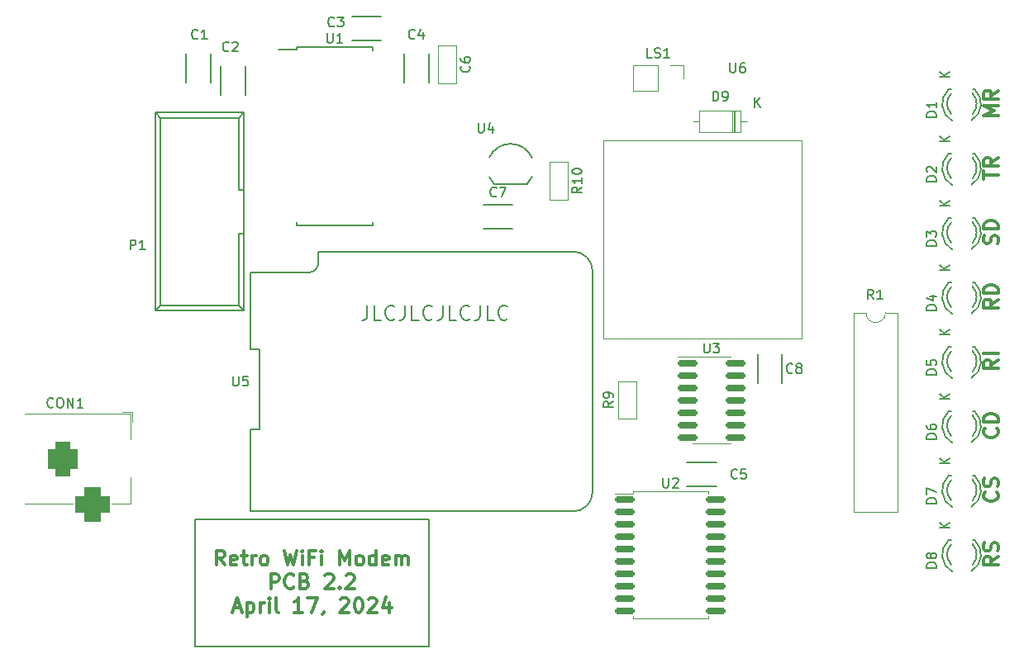
<source format=gto>
G04 #@! TF.GenerationSoftware,KiCad,Pcbnew,6.0.8+dfsg-1~bpo11+1+rpt1*
G04 #@! TF.CreationDate,2024-04-17T15:14:35-06:00*
G04 #@! TF.ProjectId,RetroWiFiModem,52657472-6f57-4694-9669-4d6f64656d2e,0.3*
G04 #@! TF.SameCoordinates,Original*
G04 #@! TF.FileFunction,Legend,Top*
G04 #@! TF.FilePolarity,Positive*
%FSLAX46Y46*%
G04 Gerber Fmt 4.6, Leading zero omitted, Abs format (unit mm)*
G04 Created by KiCad (PCBNEW 6.0.8+dfsg-1~bpo11+1+rpt1) date 2024-04-17 15:14:35*
%MOMM*%
%LPD*%
G01*
G04 APERTURE LIST*
G04 Aperture macros list*
%AMRoundRect*
0 Rectangle with rounded corners*
0 $1 Rounding radius*
0 $2 $3 $4 $5 $6 $7 $8 $9 X,Y pos of 4 corners*
0 Add a 4 corners polygon primitive as box body*
4,1,4,$2,$3,$4,$5,$6,$7,$8,$9,$2,$3,0*
0 Add four circle primitives for the rounded corners*
1,1,$1+$1,$2,$3*
1,1,$1+$1,$4,$5*
1,1,$1+$1,$6,$7*
1,1,$1+$1,$8,$9*
0 Add four rect primitives between the rounded corners*
20,1,$1+$1,$2,$3,$4,$5,0*
20,1,$1+$1,$4,$5,$6,$7,0*
20,1,$1+$1,$6,$7,$8,$9,0*
20,1,$1+$1,$8,$9,$2,$3,0*%
G04 Aperture macros list end*
%ADD10C,0.150000*%
%ADD11C,0.300000*%
%ADD12C,0.120000*%
%ADD13R,1.300000X1.300000*%
%ADD14C,1.300000*%
%ADD15R,2.000000X2.000000*%
%ADD16C,2.000000*%
%ADD17R,1.727200X1.727200*%
%ADD18O,1.727200X1.727200*%
%ADD19C,1.397000*%
%ADD20C,1.524000*%
%ADD21R,3.500000X3.500000*%
%ADD22RoundRect,0.750000X-0.750000X-1.000000X0.750000X-1.000000X0.750000X1.000000X-0.750000X1.000000X0*%
%ADD23RoundRect,0.875000X-0.875000X-0.875000X0.875000X-0.875000X0.875000X0.875000X-0.875000X0.875000X0*%
%ADD24RoundRect,0.150000X-0.875000X-0.150000X0.875000X-0.150000X0.875000X0.150000X-0.875000X0.150000X0*%
%ADD25C,1.800000*%
%ADD26RoundRect,0.150000X-0.825000X-0.150000X0.825000X-0.150000X0.825000X0.150000X-0.825000X0.150000X0*%
%ADD27R,2.400000X1.600000*%
%ADD28O,2.400000X1.600000*%
%ADD29R,2.000000X0.600000*%
%ADD30R,1.600000X1.600000*%
%ADD31O,1.600000X1.600000*%
%ADD32R,1.700000X1.700000*%
%ADD33O,1.700000X1.700000*%
%ADD34C,3.200000*%
G04 APERTURE END LIST*
D10*
X127159000Y-141476000D02*
X127159000Y-128476000D01*
X151159000Y-128476000D02*
X151159000Y-141476000D01*
X151159000Y-141476000D02*
X127159000Y-141476000D01*
X127159000Y-128476000D02*
X151159000Y-128476000D01*
D11*
X209466571Y-112094857D02*
X208752285Y-112594857D01*
X209466571Y-112952000D02*
X207966571Y-112952000D01*
X207966571Y-112380571D01*
X208038000Y-112237714D01*
X208109428Y-112166285D01*
X208252285Y-112094857D01*
X208466571Y-112094857D01*
X208609428Y-112166285D01*
X208680857Y-112237714D01*
X208752285Y-112380571D01*
X208752285Y-112952000D01*
X209466571Y-111452000D02*
X207966571Y-111452000D01*
D10*
X144836428Y-106493571D02*
X144836428Y-107565000D01*
X144765000Y-107779285D01*
X144622142Y-107922142D01*
X144407857Y-107993571D01*
X144265000Y-107993571D01*
X146265000Y-107993571D02*
X145550714Y-107993571D01*
X145550714Y-106493571D01*
X147622142Y-107850714D02*
X147550714Y-107922142D01*
X147336428Y-107993571D01*
X147193571Y-107993571D01*
X146979285Y-107922142D01*
X146836428Y-107779285D01*
X146765000Y-107636428D01*
X146693571Y-107350714D01*
X146693571Y-107136428D01*
X146765000Y-106850714D01*
X146836428Y-106707857D01*
X146979285Y-106565000D01*
X147193571Y-106493571D01*
X147336428Y-106493571D01*
X147550714Y-106565000D01*
X147622142Y-106636428D01*
X148693571Y-106493571D02*
X148693571Y-107565000D01*
X148622142Y-107779285D01*
X148479285Y-107922142D01*
X148265000Y-107993571D01*
X148122142Y-107993571D01*
X150122142Y-107993571D02*
X149407857Y-107993571D01*
X149407857Y-106493571D01*
X151479285Y-107850714D02*
X151407857Y-107922142D01*
X151193571Y-107993571D01*
X151050714Y-107993571D01*
X150836428Y-107922142D01*
X150693571Y-107779285D01*
X150622142Y-107636428D01*
X150550714Y-107350714D01*
X150550714Y-107136428D01*
X150622142Y-106850714D01*
X150693571Y-106707857D01*
X150836428Y-106565000D01*
X151050714Y-106493571D01*
X151193571Y-106493571D01*
X151407857Y-106565000D01*
X151479285Y-106636428D01*
X152550714Y-106493571D02*
X152550714Y-107565000D01*
X152479285Y-107779285D01*
X152336428Y-107922142D01*
X152122142Y-107993571D01*
X151979285Y-107993571D01*
X153979285Y-107993571D02*
X153265000Y-107993571D01*
X153265000Y-106493571D01*
X155336428Y-107850714D02*
X155265000Y-107922142D01*
X155050714Y-107993571D01*
X154907857Y-107993571D01*
X154693571Y-107922142D01*
X154550714Y-107779285D01*
X154479285Y-107636428D01*
X154407857Y-107350714D01*
X154407857Y-107136428D01*
X154479285Y-106850714D01*
X154550714Y-106707857D01*
X154693571Y-106565000D01*
X154907857Y-106493571D01*
X155050714Y-106493571D01*
X155265000Y-106565000D01*
X155336428Y-106636428D01*
X156407857Y-106493571D02*
X156407857Y-107565000D01*
X156336428Y-107779285D01*
X156193571Y-107922142D01*
X155979285Y-107993571D01*
X155836428Y-107993571D01*
X157836428Y-107993571D02*
X157122142Y-107993571D01*
X157122142Y-106493571D01*
X159193571Y-107850714D02*
X159122142Y-107922142D01*
X158907857Y-107993571D01*
X158765000Y-107993571D01*
X158550714Y-107922142D01*
X158407857Y-107779285D01*
X158336428Y-107636428D01*
X158265000Y-107350714D01*
X158265000Y-107136428D01*
X158336428Y-106850714D01*
X158407857Y-106707857D01*
X158550714Y-106565000D01*
X158765000Y-106493571D01*
X158907857Y-106493571D01*
X159122142Y-106565000D01*
X159193571Y-106636428D01*
D11*
X209323714Y-119091714D02*
X209395142Y-119163142D01*
X209466571Y-119377428D01*
X209466571Y-119520285D01*
X209395142Y-119734571D01*
X209252285Y-119877428D01*
X209109428Y-119948857D01*
X208823714Y-120020285D01*
X208609428Y-120020285D01*
X208323714Y-119948857D01*
X208180857Y-119877428D01*
X208038000Y-119734571D01*
X207966571Y-119520285D01*
X207966571Y-119377428D01*
X208038000Y-119163142D01*
X208109428Y-119091714D01*
X209466571Y-118448857D02*
X207966571Y-118448857D01*
X207966571Y-118091714D01*
X208038000Y-117877428D01*
X208180857Y-117734571D01*
X208323714Y-117663142D01*
X208609428Y-117591714D01*
X208823714Y-117591714D01*
X209109428Y-117663142D01*
X209252285Y-117734571D01*
X209395142Y-117877428D01*
X209466571Y-118091714D01*
X209466571Y-118448857D01*
X209466571Y-87036000D02*
X207966571Y-87036000D01*
X209038000Y-86536000D01*
X207966571Y-86036000D01*
X209466571Y-86036000D01*
X209466571Y-84464571D02*
X208752285Y-84964571D01*
X209466571Y-85321714D02*
X207966571Y-85321714D01*
X207966571Y-84750285D01*
X208038000Y-84607428D01*
X208109428Y-84536000D01*
X208252285Y-84464571D01*
X208466571Y-84464571D01*
X208609428Y-84536000D01*
X208680857Y-84607428D01*
X208752285Y-84750285D01*
X208752285Y-85321714D01*
X209323714Y-125660000D02*
X209395142Y-125731428D01*
X209466571Y-125945714D01*
X209466571Y-126088571D01*
X209395142Y-126302857D01*
X209252285Y-126445714D01*
X209109428Y-126517142D01*
X208823714Y-126588571D01*
X208609428Y-126588571D01*
X208323714Y-126517142D01*
X208180857Y-126445714D01*
X208038000Y-126302857D01*
X207966571Y-126088571D01*
X207966571Y-125945714D01*
X208038000Y-125731428D01*
X208109428Y-125660000D01*
X209395142Y-125088571D02*
X209466571Y-124874285D01*
X209466571Y-124517142D01*
X209395142Y-124374285D01*
X209323714Y-124302857D01*
X209180857Y-124231428D01*
X209038000Y-124231428D01*
X208895142Y-124302857D01*
X208823714Y-124374285D01*
X208752285Y-124517142D01*
X208680857Y-124802857D01*
X208609428Y-124945714D01*
X208538000Y-125017142D01*
X208395142Y-125088571D01*
X208252285Y-125088571D01*
X208109428Y-125017142D01*
X208038000Y-124945714D01*
X207966571Y-124802857D01*
X207966571Y-124445714D01*
X208038000Y-124231428D01*
X209395142Y-100172571D02*
X209466571Y-99958285D01*
X209466571Y-99601142D01*
X209395142Y-99458285D01*
X209323714Y-99386857D01*
X209180857Y-99315428D01*
X209038000Y-99315428D01*
X208895142Y-99386857D01*
X208823714Y-99458285D01*
X208752285Y-99601142D01*
X208680857Y-99886857D01*
X208609428Y-100029714D01*
X208538000Y-100101142D01*
X208395142Y-100172571D01*
X208252285Y-100172571D01*
X208109428Y-100101142D01*
X208038000Y-100029714D01*
X207966571Y-99886857D01*
X207966571Y-99529714D01*
X208038000Y-99315428D01*
X209466571Y-98672571D02*
X207966571Y-98672571D01*
X207966571Y-98315428D01*
X208038000Y-98101142D01*
X208180857Y-97958285D01*
X208323714Y-97886857D01*
X208609428Y-97815428D01*
X208823714Y-97815428D01*
X209109428Y-97886857D01*
X209252285Y-97958285D01*
X209395142Y-98101142D01*
X209466571Y-98315428D01*
X209466571Y-98672571D01*
X207966571Y-93568571D02*
X207966571Y-92711428D01*
X209466571Y-93140000D02*
X207966571Y-93140000D01*
X209466571Y-91354285D02*
X208752285Y-91854285D01*
X209466571Y-92211428D02*
X207966571Y-92211428D01*
X207966571Y-91640000D01*
X208038000Y-91497142D01*
X208109428Y-91425714D01*
X208252285Y-91354285D01*
X208466571Y-91354285D01*
X208609428Y-91425714D01*
X208680857Y-91497142D01*
X208752285Y-91640000D01*
X208752285Y-92211428D01*
X209466571Y-105883714D02*
X208752285Y-106383714D01*
X209466571Y-106740857D02*
X207966571Y-106740857D01*
X207966571Y-106169428D01*
X208038000Y-106026571D01*
X208109428Y-105955142D01*
X208252285Y-105883714D01*
X208466571Y-105883714D01*
X208609428Y-105955142D01*
X208680857Y-106026571D01*
X208752285Y-106169428D01*
X208752285Y-106740857D01*
X209466571Y-105240857D02*
X207966571Y-105240857D01*
X207966571Y-104883714D01*
X208038000Y-104669428D01*
X208180857Y-104526571D01*
X208323714Y-104455142D01*
X208609428Y-104383714D01*
X208823714Y-104383714D01*
X209109428Y-104455142D01*
X209252285Y-104526571D01*
X209395142Y-104669428D01*
X209466571Y-104883714D01*
X209466571Y-105240857D01*
X130227714Y-133137571D02*
X129727714Y-132423285D01*
X129370571Y-133137571D02*
X129370571Y-131637571D01*
X129942000Y-131637571D01*
X130084857Y-131709000D01*
X130156285Y-131780428D01*
X130227714Y-131923285D01*
X130227714Y-132137571D01*
X130156285Y-132280428D01*
X130084857Y-132351857D01*
X129942000Y-132423285D01*
X129370571Y-132423285D01*
X131442000Y-133066142D02*
X131299142Y-133137571D01*
X131013428Y-133137571D01*
X130870571Y-133066142D01*
X130799142Y-132923285D01*
X130799142Y-132351857D01*
X130870571Y-132209000D01*
X131013428Y-132137571D01*
X131299142Y-132137571D01*
X131442000Y-132209000D01*
X131513428Y-132351857D01*
X131513428Y-132494714D01*
X130799142Y-132637571D01*
X131942000Y-132137571D02*
X132513428Y-132137571D01*
X132156285Y-131637571D02*
X132156285Y-132923285D01*
X132227714Y-133066142D01*
X132370571Y-133137571D01*
X132513428Y-133137571D01*
X133013428Y-133137571D02*
X133013428Y-132137571D01*
X133013428Y-132423285D02*
X133084857Y-132280428D01*
X133156285Y-132209000D01*
X133299142Y-132137571D01*
X133442000Y-132137571D01*
X134156285Y-133137571D02*
X134013428Y-133066142D01*
X133942000Y-132994714D01*
X133870571Y-132851857D01*
X133870571Y-132423285D01*
X133942000Y-132280428D01*
X134013428Y-132209000D01*
X134156285Y-132137571D01*
X134370571Y-132137571D01*
X134513428Y-132209000D01*
X134584857Y-132280428D01*
X134656285Y-132423285D01*
X134656285Y-132851857D01*
X134584857Y-132994714D01*
X134513428Y-133066142D01*
X134370571Y-133137571D01*
X134156285Y-133137571D01*
X136299142Y-131637571D02*
X136656285Y-133137571D01*
X136942000Y-132066142D01*
X137227714Y-133137571D01*
X137584857Y-131637571D01*
X138156285Y-133137571D02*
X138156285Y-132137571D01*
X138156285Y-131637571D02*
X138084857Y-131709000D01*
X138156285Y-131780428D01*
X138227714Y-131709000D01*
X138156285Y-131637571D01*
X138156285Y-131780428D01*
X139370571Y-132351857D02*
X138870571Y-132351857D01*
X138870571Y-133137571D02*
X138870571Y-131637571D01*
X139584857Y-131637571D01*
X140156285Y-133137571D02*
X140156285Y-132137571D01*
X140156285Y-131637571D02*
X140084857Y-131709000D01*
X140156285Y-131780428D01*
X140227714Y-131709000D01*
X140156285Y-131637571D01*
X140156285Y-131780428D01*
X142013428Y-133137571D02*
X142013428Y-131637571D01*
X142513428Y-132709000D01*
X143013428Y-131637571D01*
X143013428Y-133137571D01*
X143942000Y-133137571D02*
X143799142Y-133066142D01*
X143727714Y-132994714D01*
X143656285Y-132851857D01*
X143656285Y-132423285D01*
X143727714Y-132280428D01*
X143799142Y-132209000D01*
X143942000Y-132137571D01*
X144156285Y-132137571D01*
X144299142Y-132209000D01*
X144370571Y-132280428D01*
X144442000Y-132423285D01*
X144442000Y-132851857D01*
X144370571Y-132994714D01*
X144299142Y-133066142D01*
X144156285Y-133137571D01*
X143942000Y-133137571D01*
X145727714Y-133137571D02*
X145727714Y-131637571D01*
X145727714Y-133066142D02*
X145584857Y-133137571D01*
X145299142Y-133137571D01*
X145156285Y-133066142D01*
X145084857Y-132994714D01*
X145013428Y-132851857D01*
X145013428Y-132423285D01*
X145084857Y-132280428D01*
X145156285Y-132209000D01*
X145299142Y-132137571D01*
X145584857Y-132137571D01*
X145727714Y-132209000D01*
X147013428Y-133066142D02*
X146870571Y-133137571D01*
X146584857Y-133137571D01*
X146442000Y-133066142D01*
X146370571Y-132923285D01*
X146370571Y-132351857D01*
X146442000Y-132209000D01*
X146584857Y-132137571D01*
X146870571Y-132137571D01*
X147013428Y-132209000D01*
X147084857Y-132351857D01*
X147084857Y-132494714D01*
X146370571Y-132637571D01*
X147727714Y-133137571D02*
X147727714Y-132137571D01*
X147727714Y-132280428D02*
X147799142Y-132209000D01*
X147942000Y-132137571D01*
X148156285Y-132137571D01*
X148299142Y-132209000D01*
X148370571Y-132351857D01*
X148370571Y-133137571D01*
X148370571Y-132351857D02*
X148442000Y-132209000D01*
X148584857Y-132137571D01*
X148799142Y-132137571D01*
X148942000Y-132209000D01*
X149013428Y-132351857D01*
X149013428Y-133137571D01*
X134942000Y-135552571D02*
X134942000Y-134052571D01*
X135513428Y-134052571D01*
X135656285Y-134124000D01*
X135727714Y-134195428D01*
X135799142Y-134338285D01*
X135799142Y-134552571D01*
X135727714Y-134695428D01*
X135656285Y-134766857D01*
X135513428Y-134838285D01*
X134942000Y-134838285D01*
X137299142Y-135409714D02*
X137227714Y-135481142D01*
X137013428Y-135552571D01*
X136870571Y-135552571D01*
X136656285Y-135481142D01*
X136513428Y-135338285D01*
X136442000Y-135195428D01*
X136370571Y-134909714D01*
X136370571Y-134695428D01*
X136442000Y-134409714D01*
X136513428Y-134266857D01*
X136656285Y-134124000D01*
X136870571Y-134052571D01*
X137013428Y-134052571D01*
X137227714Y-134124000D01*
X137299142Y-134195428D01*
X138442000Y-134766857D02*
X138656285Y-134838285D01*
X138727714Y-134909714D01*
X138799142Y-135052571D01*
X138799142Y-135266857D01*
X138727714Y-135409714D01*
X138656285Y-135481142D01*
X138513428Y-135552571D01*
X137942000Y-135552571D01*
X137942000Y-134052571D01*
X138442000Y-134052571D01*
X138584857Y-134124000D01*
X138656285Y-134195428D01*
X138727714Y-134338285D01*
X138727714Y-134481142D01*
X138656285Y-134624000D01*
X138584857Y-134695428D01*
X138442000Y-134766857D01*
X137942000Y-134766857D01*
X140513428Y-134195428D02*
X140584857Y-134124000D01*
X140727714Y-134052571D01*
X141084857Y-134052571D01*
X141227714Y-134124000D01*
X141299142Y-134195428D01*
X141370571Y-134338285D01*
X141370571Y-134481142D01*
X141299142Y-134695428D01*
X140442000Y-135552571D01*
X141370571Y-135552571D01*
X142013428Y-135409714D02*
X142084857Y-135481142D01*
X142013428Y-135552571D01*
X141942000Y-135481142D01*
X142013428Y-135409714D01*
X142013428Y-135552571D01*
X142656285Y-134195428D02*
X142727714Y-134124000D01*
X142870571Y-134052571D01*
X143227714Y-134052571D01*
X143370571Y-134124000D01*
X143442000Y-134195428D01*
X143513428Y-134338285D01*
X143513428Y-134481142D01*
X143442000Y-134695428D01*
X142584857Y-135552571D01*
X143513428Y-135552571D01*
X131156285Y-137539000D02*
X131870571Y-137539000D01*
X131013428Y-137967571D02*
X131513428Y-136467571D01*
X132013428Y-137967571D01*
X132513428Y-136967571D02*
X132513428Y-138467571D01*
X132513428Y-137039000D02*
X132656285Y-136967571D01*
X132942000Y-136967571D01*
X133084857Y-137039000D01*
X133156285Y-137110428D01*
X133227714Y-137253285D01*
X133227714Y-137681857D01*
X133156285Y-137824714D01*
X133084857Y-137896142D01*
X132942000Y-137967571D01*
X132656285Y-137967571D01*
X132513428Y-137896142D01*
X133870571Y-137967571D02*
X133870571Y-136967571D01*
X133870571Y-137253285D02*
X133942000Y-137110428D01*
X134013428Y-137039000D01*
X134156285Y-136967571D01*
X134299142Y-136967571D01*
X134799142Y-137967571D02*
X134799142Y-136967571D01*
X134799142Y-136467571D02*
X134727714Y-136539000D01*
X134799142Y-136610428D01*
X134870571Y-136539000D01*
X134799142Y-136467571D01*
X134799142Y-136610428D01*
X135727714Y-137967571D02*
X135584857Y-137896142D01*
X135513428Y-137753285D01*
X135513428Y-136467571D01*
X138227714Y-137967571D02*
X137370571Y-137967571D01*
X137799142Y-137967571D02*
X137799142Y-136467571D01*
X137656285Y-136681857D01*
X137513428Y-136824714D01*
X137370571Y-136896142D01*
X138727714Y-136467571D02*
X139727714Y-136467571D01*
X139084857Y-137967571D01*
X140370571Y-137896142D02*
X140370571Y-137967571D01*
X140299142Y-138110428D01*
X140227714Y-138181857D01*
X142084857Y-136610428D02*
X142156285Y-136539000D01*
X142299142Y-136467571D01*
X142656285Y-136467571D01*
X142799142Y-136539000D01*
X142870571Y-136610428D01*
X142942000Y-136753285D01*
X142942000Y-136896142D01*
X142870571Y-137110428D01*
X142013428Y-137967571D01*
X142942000Y-137967571D01*
X143870571Y-136467571D02*
X144013428Y-136467571D01*
X144156285Y-136539000D01*
X144227714Y-136610428D01*
X144299142Y-136753285D01*
X144370571Y-137039000D01*
X144370571Y-137396142D01*
X144299142Y-137681857D01*
X144227714Y-137824714D01*
X144156285Y-137896142D01*
X144013428Y-137967571D01*
X143870571Y-137967571D01*
X143727714Y-137896142D01*
X143656285Y-137824714D01*
X143584857Y-137681857D01*
X143513428Y-137396142D01*
X143513428Y-137039000D01*
X143584857Y-136753285D01*
X143656285Y-136610428D01*
X143727714Y-136539000D01*
X143870571Y-136467571D01*
X144942000Y-136610428D02*
X145013428Y-136539000D01*
X145156285Y-136467571D01*
X145513428Y-136467571D01*
X145656285Y-136539000D01*
X145727714Y-136610428D01*
X145799142Y-136753285D01*
X145799142Y-136896142D01*
X145727714Y-137110428D01*
X144870571Y-137967571D01*
X145799142Y-137967571D01*
X147084857Y-136967571D02*
X147084857Y-137967571D01*
X146727714Y-136396142D02*
X146370571Y-137467571D01*
X147299142Y-137467571D01*
X209466571Y-132264000D02*
X208752285Y-132764000D01*
X209466571Y-133121142D02*
X207966571Y-133121142D01*
X207966571Y-132549714D01*
X208038000Y-132406857D01*
X208109428Y-132335428D01*
X208252285Y-132264000D01*
X208466571Y-132264000D01*
X208609428Y-132335428D01*
X208680857Y-132406857D01*
X208752285Y-132549714D01*
X208752285Y-133121142D01*
X209395142Y-131692571D02*
X209466571Y-131478285D01*
X209466571Y-131121142D01*
X209395142Y-130978285D01*
X209323714Y-130906857D01*
X209180857Y-130835428D01*
X209038000Y-130835428D01*
X208895142Y-130906857D01*
X208823714Y-130978285D01*
X208752285Y-131121142D01*
X208680857Y-131406857D01*
X208609428Y-131549714D01*
X208538000Y-131621142D01*
X208395142Y-131692571D01*
X208252285Y-131692571D01*
X208109428Y-131621142D01*
X208038000Y-131549714D01*
X207966571Y-131406857D01*
X207966571Y-131049714D01*
X208038000Y-130835428D01*
D10*
X127468333Y-79097142D02*
X127420714Y-79144761D01*
X127277857Y-79192380D01*
X127182619Y-79192380D01*
X127039761Y-79144761D01*
X126944523Y-79049523D01*
X126896904Y-78954285D01*
X126849285Y-78763809D01*
X126849285Y-78620952D01*
X126896904Y-78430476D01*
X126944523Y-78335238D01*
X127039761Y-78240000D01*
X127182619Y-78192380D01*
X127277857Y-78192380D01*
X127420714Y-78240000D01*
X127468333Y-78287619D01*
X128420714Y-79192380D02*
X127849285Y-79192380D01*
X128135000Y-79192380D02*
X128135000Y-78192380D01*
X128039761Y-78335238D01*
X127944523Y-78430476D01*
X127849285Y-78478095D01*
X130643333Y-80367142D02*
X130595714Y-80414761D01*
X130452857Y-80462380D01*
X130357619Y-80462380D01*
X130214761Y-80414761D01*
X130119523Y-80319523D01*
X130071904Y-80224285D01*
X130024285Y-80033809D01*
X130024285Y-79890952D01*
X130071904Y-79700476D01*
X130119523Y-79605238D01*
X130214761Y-79510000D01*
X130357619Y-79462380D01*
X130452857Y-79462380D01*
X130595714Y-79510000D01*
X130643333Y-79557619D01*
X131024285Y-79557619D02*
X131071904Y-79510000D01*
X131167142Y-79462380D01*
X131405238Y-79462380D01*
X131500476Y-79510000D01*
X131548095Y-79557619D01*
X131595714Y-79652857D01*
X131595714Y-79748095D01*
X131548095Y-79890952D01*
X130976666Y-80462380D01*
X131595714Y-80462380D01*
X141438333Y-77827142D02*
X141390714Y-77874761D01*
X141247857Y-77922380D01*
X141152619Y-77922380D01*
X141009761Y-77874761D01*
X140914523Y-77779523D01*
X140866904Y-77684285D01*
X140819285Y-77493809D01*
X140819285Y-77350952D01*
X140866904Y-77160476D01*
X140914523Y-77065238D01*
X141009761Y-76970000D01*
X141152619Y-76922380D01*
X141247857Y-76922380D01*
X141390714Y-76970000D01*
X141438333Y-77017619D01*
X141771666Y-76922380D02*
X142390714Y-76922380D01*
X142057380Y-77303333D01*
X142200238Y-77303333D01*
X142295476Y-77350952D01*
X142343095Y-77398571D01*
X142390714Y-77493809D01*
X142390714Y-77731904D01*
X142343095Y-77827142D01*
X142295476Y-77874761D01*
X142200238Y-77922380D01*
X141914523Y-77922380D01*
X141819285Y-77874761D01*
X141771666Y-77827142D01*
X149693333Y-79097142D02*
X149645714Y-79144761D01*
X149502857Y-79192380D01*
X149407619Y-79192380D01*
X149264761Y-79144761D01*
X149169523Y-79049523D01*
X149121904Y-78954285D01*
X149074285Y-78763809D01*
X149074285Y-78620952D01*
X149121904Y-78430476D01*
X149169523Y-78335238D01*
X149264761Y-78240000D01*
X149407619Y-78192380D01*
X149502857Y-78192380D01*
X149645714Y-78240000D01*
X149693333Y-78287619D01*
X150550476Y-78525714D02*
X150550476Y-79192380D01*
X150312380Y-78144761D02*
X150074285Y-78859047D01*
X150693333Y-78859047D01*
X182713333Y-124182142D02*
X182665714Y-124229761D01*
X182522857Y-124277380D01*
X182427619Y-124277380D01*
X182284761Y-124229761D01*
X182189523Y-124134523D01*
X182141904Y-124039285D01*
X182094285Y-123848809D01*
X182094285Y-123705952D01*
X182141904Y-123515476D01*
X182189523Y-123420238D01*
X182284761Y-123325000D01*
X182427619Y-123277380D01*
X182522857Y-123277380D01*
X182665714Y-123325000D01*
X182713333Y-123372619D01*
X183618095Y-123277380D02*
X183141904Y-123277380D01*
X183094285Y-123753571D01*
X183141904Y-123705952D01*
X183237142Y-123658333D01*
X183475238Y-123658333D01*
X183570476Y-123705952D01*
X183618095Y-123753571D01*
X183665714Y-123848809D01*
X183665714Y-124086904D01*
X183618095Y-124182142D01*
X183570476Y-124229761D01*
X183475238Y-124277380D01*
X183237142Y-124277380D01*
X183141904Y-124229761D01*
X183094285Y-124182142D01*
X158055333Y-95266142D02*
X158007714Y-95313761D01*
X157864857Y-95361380D01*
X157769619Y-95361380D01*
X157626761Y-95313761D01*
X157531523Y-95218523D01*
X157483904Y-95123285D01*
X157436285Y-94932809D01*
X157436285Y-94789952D01*
X157483904Y-94599476D01*
X157531523Y-94504238D01*
X157626761Y-94409000D01*
X157769619Y-94361380D01*
X157864857Y-94361380D01*
X158007714Y-94409000D01*
X158055333Y-94456619D01*
X158388666Y-94361380D02*
X159055333Y-94361380D01*
X158626761Y-95361380D01*
X203132380Y-133392095D02*
X202132380Y-133392095D01*
X202132380Y-133154000D01*
X202180000Y-133011142D01*
X202275238Y-132915904D01*
X202370476Y-132868285D01*
X202560952Y-132820666D01*
X202703809Y-132820666D01*
X202894285Y-132868285D01*
X202989523Y-132915904D01*
X203084761Y-133011142D01*
X203132380Y-133154000D01*
X203132380Y-133392095D01*
X202560952Y-132249238D02*
X202513333Y-132344476D01*
X202465714Y-132392095D01*
X202370476Y-132439714D01*
X202322857Y-132439714D01*
X202227619Y-132392095D01*
X202180000Y-132344476D01*
X202132380Y-132249238D01*
X202132380Y-132058761D01*
X202180000Y-131963523D01*
X202227619Y-131915904D01*
X202322857Y-131868285D01*
X202370476Y-131868285D01*
X202465714Y-131915904D01*
X202513333Y-131963523D01*
X202560952Y-132058761D01*
X202560952Y-132249238D01*
X202608571Y-132344476D01*
X202656190Y-132392095D01*
X202751428Y-132439714D01*
X202941904Y-132439714D01*
X203037142Y-132392095D01*
X203084761Y-132344476D01*
X203132380Y-132249238D01*
X203132380Y-132058761D01*
X203084761Y-131963523D01*
X203037142Y-131915904D01*
X202941904Y-131868285D01*
X202751428Y-131868285D01*
X202656190Y-131915904D01*
X202608571Y-131963523D01*
X202560952Y-132058761D01*
X204452380Y-129315904D02*
X203452380Y-129315904D01*
X204452380Y-128744476D02*
X203880952Y-129173047D01*
X203452380Y-128744476D02*
X204023809Y-129315904D01*
X203132380Y-126788095D02*
X202132380Y-126788095D01*
X202132380Y-126550000D01*
X202180000Y-126407142D01*
X202275238Y-126311904D01*
X202370476Y-126264285D01*
X202560952Y-126216666D01*
X202703809Y-126216666D01*
X202894285Y-126264285D01*
X202989523Y-126311904D01*
X203084761Y-126407142D01*
X203132380Y-126550000D01*
X203132380Y-126788095D01*
X202132380Y-125883333D02*
X202132380Y-125216666D01*
X203132380Y-125645238D01*
X204452380Y-122711904D02*
X203452380Y-122711904D01*
X204452380Y-122140476D02*
X203880952Y-122569047D01*
X203452380Y-122140476D02*
X204023809Y-122711904D01*
X203132380Y-120184095D02*
X202132380Y-120184095D01*
X202132380Y-119946000D01*
X202180000Y-119803142D01*
X202275238Y-119707904D01*
X202370476Y-119660285D01*
X202560952Y-119612666D01*
X202703809Y-119612666D01*
X202894285Y-119660285D01*
X202989523Y-119707904D01*
X203084761Y-119803142D01*
X203132380Y-119946000D01*
X203132380Y-120184095D01*
X202132380Y-118755523D02*
X202132380Y-118946000D01*
X202180000Y-119041238D01*
X202227619Y-119088857D01*
X202370476Y-119184095D01*
X202560952Y-119231714D01*
X202941904Y-119231714D01*
X203037142Y-119184095D01*
X203084761Y-119136476D01*
X203132380Y-119041238D01*
X203132380Y-118850761D01*
X203084761Y-118755523D01*
X203037142Y-118707904D01*
X202941904Y-118660285D01*
X202703809Y-118660285D01*
X202608571Y-118707904D01*
X202560952Y-118755523D01*
X202513333Y-118850761D01*
X202513333Y-119041238D01*
X202560952Y-119136476D01*
X202608571Y-119184095D01*
X202703809Y-119231714D01*
X204452380Y-116107904D02*
X203452380Y-116107904D01*
X204452380Y-115536476D02*
X203880952Y-115965047D01*
X203452380Y-115536476D02*
X204023809Y-116107904D01*
X203132380Y-113580095D02*
X202132380Y-113580095D01*
X202132380Y-113342000D01*
X202180000Y-113199142D01*
X202275238Y-113103904D01*
X202370476Y-113056285D01*
X202560952Y-113008666D01*
X202703809Y-113008666D01*
X202894285Y-113056285D01*
X202989523Y-113103904D01*
X203084761Y-113199142D01*
X203132380Y-113342000D01*
X203132380Y-113580095D01*
X202132380Y-112103904D02*
X202132380Y-112580095D01*
X202608571Y-112627714D01*
X202560952Y-112580095D01*
X202513333Y-112484857D01*
X202513333Y-112246761D01*
X202560952Y-112151523D01*
X202608571Y-112103904D01*
X202703809Y-112056285D01*
X202941904Y-112056285D01*
X203037142Y-112103904D01*
X203084761Y-112151523D01*
X203132380Y-112246761D01*
X203132380Y-112484857D01*
X203084761Y-112580095D01*
X203037142Y-112627714D01*
X204452380Y-109503904D02*
X203452380Y-109503904D01*
X204452380Y-108932476D02*
X203880952Y-109361047D01*
X203452380Y-108932476D02*
X204023809Y-109503904D01*
X203132380Y-106976095D02*
X202132380Y-106976095D01*
X202132380Y-106738000D01*
X202180000Y-106595142D01*
X202275238Y-106499904D01*
X202370476Y-106452285D01*
X202560952Y-106404666D01*
X202703809Y-106404666D01*
X202894285Y-106452285D01*
X202989523Y-106499904D01*
X203084761Y-106595142D01*
X203132380Y-106738000D01*
X203132380Y-106976095D01*
X202465714Y-105547523D02*
X203132380Y-105547523D01*
X202084761Y-105785619D02*
X202799047Y-106023714D01*
X202799047Y-105404666D01*
X204452380Y-102899904D02*
X203452380Y-102899904D01*
X204452380Y-102328476D02*
X203880952Y-102757047D01*
X203452380Y-102328476D02*
X204023809Y-102899904D01*
X203132380Y-100372095D02*
X202132380Y-100372095D01*
X202132380Y-100134000D01*
X202180000Y-99991142D01*
X202275238Y-99895904D01*
X202370476Y-99848285D01*
X202560952Y-99800666D01*
X202703809Y-99800666D01*
X202894285Y-99848285D01*
X202989523Y-99895904D01*
X203084761Y-99991142D01*
X203132380Y-100134000D01*
X203132380Y-100372095D01*
X202132380Y-99467333D02*
X202132380Y-98848285D01*
X202513333Y-99181619D01*
X202513333Y-99038761D01*
X202560952Y-98943523D01*
X202608571Y-98895904D01*
X202703809Y-98848285D01*
X202941904Y-98848285D01*
X203037142Y-98895904D01*
X203084761Y-98943523D01*
X203132380Y-99038761D01*
X203132380Y-99324476D01*
X203084761Y-99419714D01*
X203037142Y-99467333D01*
X204452380Y-96295904D02*
X203452380Y-96295904D01*
X204452380Y-95724476D02*
X203880952Y-96153047D01*
X203452380Y-95724476D02*
X204023809Y-96295904D01*
X203132380Y-93768095D02*
X202132380Y-93768095D01*
X202132380Y-93530000D01*
X202180000Y-93387142D01*
X202275238Y-93291904D01*
X202370476Y-93244285D01*
X202560952Y-93196666D01*
X202703809Y-93196666D01*
X202894285Y-93244285D01*
X202989523Y-93291904D01*
X203084761Y-93387142D01*
X203132380Y-93530000D01*
X203132380Y-93768095D01*
X202227619Y-92815714D02*
X202180000Y-92768095D01*
X202132380Y-92672857D01*
X202132380Y-92434761D01*
X202180000Y-92339523D01*
X202227619Y-92291904D01*
X202322857Y-92244285D01*
X202418095Y-92244285D01*
X202560952Y-92291904D01*
X203132380Y-92863333D01*
X203132380Y-92244285D01*
X204452380Y-89691904D02*
X203452380Y-89691904D01*
X204452380Y-89120476D02*
X203880952Y-89549047D01*
X203452380Y-89120476D02*
X204023809Y-89691904D01*
X203132380Y-87164095D02*
X202132380Y-87164095D01*
X202132380Y-86926000D01*
X202180000Y-86783142D01*
X202275238Y-86687904D01*
X202370476Y-86640285D01*
X202560952Y-86592666D01*
X202703809Y-86592666D01*
X202894285Y-86640285D01*
X202989523Y-86687904D01*
X203084761Y-86783142D01*
X203132380Y-86926000D01*
X203132380Y-87164095D01*
X203132380Y-85640285D02*
X203132380Y-86211714D01*
X203132380Y-85926000D02*
X202132380Y-85926000D01*
X202275238Y-86021238D01*
X202370476Y-86116476D01*
X202418095Y-86211714D01*
X204452380Y-83087904D02*
X203452380Y-83087904D01*
X204452380Y-82516476D02*
X203880952Y-82945047D01*
X203452380Y-82516476D02*
X204023809Y-83087904D01*
X120546904Y-100782380D02*
X120546904Y-99782380D01*
X120927857Y-99782380D01*
X121023095Y-99830000D01*
X121070714Y-99877619D01*
X121118333Y-99972857D01*
X121118333Y-100115714D01*
X121070714Y-100210952D01*
X121023095Y-100258571D01*
X120927857Y-100306190D01*
X120546904Y-100306190D01*
X122070714Y-100782380D02*
X121499285Y-100782380D01*
X121785000Y-100782380D02*
X121785000Y-99782380D01*
X121689761Y-99925238D01*
X121594523Y-100020476D01*
X121499285Y-100068095D01*
X155282142Y-81964666D02*
X155329761Y-82012285D01*
X155377380Y-82155142D01*
X155377380Y-82250380D01*
X155329761Y-82393238D01*
X155234523Y-82488476D01*
X155139285Y-82536095D01*
X154948809Y-82583714D01*
X154805952Y-82583714D01*
X154615476Y-82536095D01*
X154520238Y-82488476D01*
X154425000Y-82393238D01*
X154377380Y-82250380D01*
X154377380Y-82155142D01*
X154425000Y-82012285D01*
X154472619Y-81964666D01*
X154377380Y-81107523D02*
X154377380Y-81298000D01*
X154425000Y-81393238D01*
X154472619Y-81440857D01*
X154615476Y-81536095D01*
X154805952Y-81583714D01*
X155186904Y-81583714D01*
X155282142Y-81536095D01*
X155329761Y-81488476D01*
X155377380Y-81393238D01*
X155377380Y-81202761D01*
X155329761Y-81107523D01*
X155282142Y-81059904D01*
X155186904Y-81012285D01*
X154948809Y-81012285D01*
X154853571Y-81059904D01*
X154805952Y-81107523D01*
X154758333Y-81202761D01*
X154758333Y-81393238D01*
X154805952Y-81488476D01*
X154853571Y-81536095D01*
X154948809Y-81583714D01*
X188388333Y-113367142D02*
X188340714Y-113414761D01*
X188197857Y-113462380D01*
X188102619Y-113462380D01*
X187959761Y-113414761D01*
X187864523Y-113319523D01*
X187816904Y-113224285D01*
X187769285Y-113033809D01*
X187769285Y-112890952D01*
X187816904Y-112700476D01*
X187864523Y-112605238D01*
X187959761Y-112510000D01*
X188102619Y-112462380D01*
X188197857Y-112462380D01*
X188340714Y-112510000D01*
X188388333Y-112557619D01*
X188959761Y-112890952D02*
X188864523Y-112843333D01*
X188816904Y-112795714D01*
X188769285Y-112700476D01*
X188769285Y-112652857D01*
X188816904Y-112557619D01*
X188864523Y-112510000D01*
X188959761Y-112462380D01*
X189150238Y-112462380D01*
X189245476Y-112510000D01*
X189293095Y-112557619D01*
X189340714Y-112652857D01*
X189340714Y-112700476D01*
X189293095Y-112795714D01*
X189245476Y-112843333D01*
X189150238Y-112890952D01*
X188959761Y-112890952D01*
X188864523Y-112938571D01*
X188816904Y-112986190D01*
X188769285Y-113081428D01*
X188769285Y-113271904D01*
X188816904Y-113367142D01*
X188864523Y-113414761D01*
X188959761Y-113462380D01*
X189150238Y-113462380D01*
X189245476Y-113414761D01*
X189293095Y-113367142D01*
X189340714Y-113271904D01*
X189340714Y-113081428D01*
X189293095Y-112986190D01*
X189245476Y-112938571D01*
X189150238Y-112890952D01*
X156210095Y-87781380D02*
X156210095Y-88590904D01*
X156257714Y-88686142D01*
X156305333Y-88733761D01*
X156400571Y-88781380D01*
X156591047Y-88781380D01*
X156686285Y-88733761D01*
X156733904Y-88686142D01*
X156781523Y-88590904D01*
X156781523Y-87781380D01*
X157686285Y-88114714D02*
X157686285Y-88781380D01*
X157448190Y-87733761D02*
X157210095Y-88448047D01*
X157829142Y-88448047D01*
X112650714Y-116889642D02*
X112603095Y-116937261D01*
X112460238Y-116984880D01*
X112365000Y-116984880D01*
X112222142Y-116937261D01*
X112126904Y-116842023D01*
X112079285Y-116746785D01*
X112031666Y-116556309D01*
X112031666Y-116413452D01*
X112079285Y-116222976D01*
X112126904Y-116127738D01*
X112222142Y-116032500D01*
X112365000Y-115984880D01*
X112460238Y-115984880D01*
X112603095Y-116032500D01*
X112650714Y-116080119D01*
X113269761Y-115984880D02*
X113460238Y-115984880D01*
X113555476Y-116032500D01*
X113650714Y-116127738D01*
X113698333Y-116318214D01*
X113698333Y-116651547D01*
X113650714Y-116842023D01*
X113555476Y-116937261D01*
X113460238Y-116984880D01*
X113269761Y-116984880D01*
X113174523Y-116937261D01*
X113079285Y-116842023D01*
X113031666Y-116651547D01*
X113031666Y-116318214D01*
X113079285Y-116127738D01*
X113174523Y-116032500D01*
X113269761Y-115984880D01*
X114126904Y-116984880D02*
X114126904Y-115984880D01*
X114698333Y-116984880D01*
X114698333Y-115984880D01*
X115698333Y-116984880D02*
X115126904Y-116984880D01*
X115412619Y-116984880D02*
X115412619Y-115984880D01*
X115317380Y-116127738D01*
X115222142Y-116222976D01*
X115126904Y-116270595D01*
X175133095Y-124182380D02*
X175133095Y-124991904D01*
X175180714Y-125087142D01*
X175228333Y-125134761D01*
X175323571Y-125182380D01*
X175514047Y-125182380D01*
X175609285Y-125134761D01*
X175656904Y-125087142D01*
X175704523Y-124991904D01*
X175704523Y-124182380D01*
X176133095Y-124277619D02*
X176180714Y-124230000D01*
X176275952Y-124182380D01*
X176514047Y-124182380D01*
X176609285Y-124230000D01*
X176656904Y-124277619D01*
X176704523Y-124372857D01*
X176704523Y-124468095D01*
X176656904Y-124610952D01*
X176085476Y-125182380D01*
X176704523Y-125182380D01*
X131068095Y-113752380D02*
X131068095Y-114561904D01*
X131115714Y-114657142D01*
X131163333Y-114704761D01*
X131258571Y-114752380D01*
X131449047Y-114752380D01*
X131544285Y-114704761D01*
X131591904Y-114657142D01*
X131639523Y-114561904D01*
X131639523Y-113752380D01*
X132591904Y-113752380D02*
X132115714Y-113752380D01*
X132068095Y-114228571D01*
X132115714Y-114180952D01*
X132210952Y-114133333D01*
X132449047Y-114133333D01*
X132544285Y-114180952D01*
X132591904Y-114228571D01*
X132639523Y-114323809D01*
X132639523Y-114561904D01*
X132591904Y-114657142D01*
X132544285Y-114704761D01*
X132449047Y-114752380D01*
X132210952Y-114752380D01*
X132115714Y-114704761D01*
X132068095Y-114657142D01*
X179324095Y-110377380D02*
X179324095Y-111186904D01*
X179371714Y-111282142D01*
X179419333Y-111329761D01*
X179514571Y-111377380D01*
X179705047Y-111377380D01*
X179800285Y-111329761D01*
X179847904Y-111282142D01*
X179895523Y-111186904D01*
X179895523Y-110377380D01*
X180276476Y-110377380D02*
X180895523Y-110377380D01*
X180562190Y-110758333D01*
X180705047Y-110758333D01*
X180800285Y-110805952D01*
X180847904Y-110853571D01*
X180895523Y-110948809D01*
X180895523Y-111186904D01*
X180847904Y-111282142D01*
X180800285Y-111329761D01*
X180705047Y-111377380D01*
X180419333Y-111377380D01*
X180324095Y-111329761D01*
X180276476Y-111282142D01*
X196683333Y-105862380D02*
X196350000Y-105386190D01*
X196111904Y-105862380D02*
X196111904Y-104862380D01*
X196492857Y-104862380D01*
X196588095Y-104910000D01*
X196635714Y-104957619D01*
X196683333Y-105052857D01*
X196683333Y-105195714D01*
X196635714Y-105290952D01*
X196588095Y-105338571D01*
X196492857Y-105386190D01*
X196111904Y-105386190D01*
X197635714Y-105862380D02*
X197064285Y-105862380D01*
X197350000Y-105862380D02*
X197350000Y-104862380D01*
X197254761Y-105005238D01*
X197159523Y-105100476D01*
X197064285Y-105148095D01*
X181991095Y-81621380D02*
X181991095Y-82430904D01*
X182038714Y-82526142D01*
X182086333Y-82573761D01*
X182181571Y-82621380D01*
X182372047Y-82621380D01*
X182467285Y-82573761D01*
X182514904Y-82526142D01*
X182562523Y-82430904D01*
X182562523Y-81621380D01*
X183467285Y-81621380D02*
X183276809Y-81621380D01*
X183181571Y-81669000D01*
X183133952Y-81716619D01*
X183038714Y-81859476D01*
X182991095Y-82049952D01*
X182991095Y-82430904D01*
X183038714Y-82526142D01*
X183086333Y-82573761D01*
X183181571Y-82621380D01*
X183372047Y-82621380D01*
X183467285Y-82573761D01*
X183514904Y-82526142D01*
X183562523Y-82430904D01*
X183562523Y-82192809D01*
X183514904Y-82097571D01*
X183467285Y-82049952D01*
X183372047Y-82002333D01*
X183181571Y-82002333D01*
X183086333Y-82049952D01*
X183038714Y-82097571D01*
X182991095Y-82192809D01*
X140716095Y-78556380D02*
X140716095Y-79365904D01*
X140763714Y-79461142D01*
X140811333Y-79508761D01*
X140906571Y-79556380D01*
X141097047Y-79556380D01*
X141192285Y-79508761D01*
X141239904Y-79461142D01*
X141287523Y-79365904D01*
X141287523Y-78556380D01*
X142287523Y-79556380D02*
X141716095Y-79556380D01*
X142001809Y-79556380D02*
X142001809Y-78556380D01*
X141906571Y-78699238D01*
X141811333Y-78794476D01*
X141716095Y-78842095D01*
X180236904Y-85542380D02*
X180236904Y-84542380D01*
X180475000Y-84542380D01*
X180617857Y-84590000D01*
X180713095Y-84685238D01*
X180760714Y-84780476D01*
X180808333Y-84970952D01*
X180808333Y-85113809D01*
X180760714Y-85304285D01*
X180713095Y-85399523D01*
X180617857Y-85494761D01*
X180475000Y-85542380D01*
X180236904Y-85542380D01*
X181284523Y-85542380D02*
X181475000Y-85542380D01*
X181570238Y-85494761D01*
X181617857Y-85447142D01*
X181713095Y-85304285D01*
X181760714Y-85113809D01*
X181760714Y-84732857D01*
X181713095Y-84637619D01*
X181665476Y-84590000D01*
X181570238Y-84542380D01*
X181379761Y-84542380D01*
X181284523Y-84590000D01*
X181236904Y-84637619D01*
X181189285Y-84732857D01*
X181189285Y-84970952D01*
X181236904Y-85066190D01*
X181284523Y-85113809D01*
X181379761Y-85161428D01*
X181570238Y-85161428D01*
X181665476Y-85113809D01*
X181713095Y-85066190D01*
X181760714Y-84970952D01*
X184523095Y-86177380D02*
X184523095Y-85177380D01*
X185094523Y-86177380D02*
X184665952Y-85605952D01*
X185094523Y-85177380D02*
X184523095Y-85748809D01*
X173982142Y-81097380D02*
X173505952Y-81097380D01*
X173505952Y-80097380D01*
X174267857Y-81049761D02*
X174410714Y-81097380D01*
X174648809Y-81097380D01*
X174744047Y-81049761D01*
X174791666Y-81002142D01*
X174839285Y-80906904D01*
X174839285Y-80811666D01*
X174791666Y-80716428D01*
X174744047Y-80668809D01*
X174648809Y-80621190D01*
X174458333Y-80573571D01*
X174363095Y-80525952D01*
X174315476Y-80478333D01*
X174267857Y-80383095D01*
X174267857Y-80287857D01*
X174315476Y-80192619D01*
X174363095Y-80145000D01*
X174458333Y-80097380D01*
X174696428Y-80097380D01*
X174839285Y-80145000D01*
X175791666Y-81097380D02*
X175220238Y-81097380D01*
X175505952Y-81097380D02*
X175505952Y-80097380D01*
X175410714Y-80240238D01*
X175315476Y-80335476D01*
X175220238Y-80383095D01*
X166807380Y-94378857D02*
X166331190Y-94712190D01*
X166807380Y-94950285D02*
X165807380Y-94950285D01*
X165807380Y-94569333D01*
X165855000Y-94474095D01*
X165902619Y-94426476D01*
X165997857Y-94378857D01*
X166140714Y-94378857D01*
X166235952Y-94426476D01*
X166283571Y-94474095D01*
X166331190Y-94569333D01*
X166331190Y-94950285D01*
X166807380Y-93426476D02*
X166807380Y-93997904D01*
X166807380Y-93712190D02*
X165807380Y-93712190D01*
X165950238Y-93807428D01*
X166045476Y-93902666D01*
X166093095Y-93997904D01*
X165807380Y-92807428D02*
X165807380Y-92712190D01*
X165855000Y-92616952D01*
X165902619Y-92569333D01*
X165997857Y-92521714D01*
X166188333Y-92474095D01*
X166426428Y-92474095D01*
X166616904Y-92521714D01*
X166712142Y-92569333D01*
X166759761Y-92616952D01*
X166807380Y-92712190D01*
X166807380Y-92807428D01*
X166759761Y-92902666D01*
X166712142Y-92950285D01*
X166616904Y-92997904D01*
X166426428Y-93045523D01*
X166188333Y-93045523D01*
X165997857Y-92997904D01*
X165902619Y-92950285D01*
X165855000Y-92902666D01*
X165807380Y-92807428D01*
X170012380Y-116361666D02*
X169536190Y-116695000D01*
X170012380Y-116933095D02*
X169012380Y-116933095D01*
X169012380Y-116552142D01*
X169060000Y-116456904D01*
X169107619Y-116409285D01*
X169202857Y-116361666D01*
X169345714Y-116361666D01*
X169440952Y-116409285D01*
X169488571Y-116456904D01*
X169536190Y-116552142D01*
X169536190Y-116933095D01*
X170012380Y-115885476D02*
X170012380Y-115695000D01*
X169964761Y-115599761D01*
X169917142Y-115552142D01*
X169774285Y-115456904D01*
X169583809Y-115409285D01*
X169202857Y-115409285D01*
X169107619Y-115456904D01*
X169060000Y-115504523D01*
X169012380Y-115599761D01*
X169012380Y-115790238D01*
X169060000Y-115885476D01*
X169107619Y-115933095D01*
X169202857Y-115980714D01*
X169440952Y-115980714D01*
X169536190Y-115933095D01*
X169583809Y-115885476D01*
X169631428Y-115790238D01*
X169631428Y-115599761D01*
X169583809Y-115504523D01*
X169536190Y-115456904D01*
X169440952Y-115409285D01*
X126258000Y-83649000D02*
X126258000Y-80649000D01*
X128758000Y-80649000D02*
X128758000Y-83649000D01*
X132314000Y-81959000D02*
X132314000Y-84959000D01*
X129814000Y-84959000D02*
X129814000Y-81959000D01*
X146260000Y-79355000D02*
X143260000Y-79355000D01*
X143260000Y-76855000D02*
X146260000Y-76855000D01*
X151110000Y-80689000D02*
X151110000Y-83689000D01*
X148610000Y-83689000D02*
X148610000Y-80689000D01*
X180590000Y-125075000D02*
X177590000Y-125075000D01*
X177590000Y-122575000D02*
X180590000Y-122575000D01*
X156722000Y-96159000D02*
X159722000Y-96159000D01*
X159722000Y-98659000D02*
X156722000Y-98659000D01*
X204426000Y-130545000D02*
X204626000Y-130545000D01*
X207020000Y-130545000D02*
X206840000Y-130545000D01*
X204626748Y-131031111D02*
G75*
G03*
X204646000Y-133079000I1079252J-1013889D01*
G01*
X206839068Y-133097006D02*
G75*
G03*
X206840000Y-130994000I-1133068J1052006D01*
G01*
X204399274Y-130557780D02*
G75*
G03*
X204746000Y-133795000I1306726J-1497220D01*
G01*
X206709643Y-133772744D02*
G75*
G03*
X207026000Y-130545000I-1003643J1727744D01*
G01*
X207020000Y-123941000D02*
X206840000Y-123941000D01*
X204426000Y-123941000D02*
X204626000Y-123941000D01*
X206839068Y-126493006D02*
G75*
G03*
X206840000Y-124390000I-1133068J1052006D01*
G01*
X204399274Y-123953780D02*
G75*
G03*
X204746000Y-127191000I1306726J-1497220D01*
G01*
X206709643Y-127168744D02*
G75*
G03*
X207026000Y-123941000I-1003643J1727744D01*
G01*
X204626748Y-124427111D02*
G75*
G03*
X204646000Y-126475000I1079252J-1013889D01*
G01*
X204426000Y-117337000D02*
X204626000Y-117337000D01*
X207020000Y-117337000D02*
X206840000Y-117337000D01*
X206839068Y-119889006D02*
G75*
G03*
X206840000Y-117786000I-1133068J1052006D01*
G01*
X206709643Y-120564744D02*
G75*
G03*
X207026000Y-117337000I-1003643J1727744D01*
G01*
X204626748Y-117823111D02*
G75*
G03*
X204646000Y-119871000I1079252J-1013889D01*
G01*
X204399274Y-117349780D02*
G75*
G03*
X204746000Y-120587000I1306726J-1497220D01*
G01*
X207020000Y-110733000D02*
X206840000Y-110733000D01*
X204426000Y-110733000D02*
X204626000Y-110733000D01*
X206709643Y-113960744D02*
G75*
G03*
X207026000Y-110733000I-1003643J1727744D01*
G01*
X204626748Y-111219111D02*
G75*
G03*
X204646000Y-113267000I1079252J-1013889D01*
G01*
X206839068Y-113285006D02*
G75*
G03*
X206840000Y-111182000I-1133068J1052006D01*
G01*
X204399274Y-110745780D02*
G75*
G03*
X204746000Y-113983000I1306726J-1497220D01*
G01*
X204426000Y-104129000D02*
X204626000Y-104129000D01*
X207020000Y-104129000D02*
X206840000Y-104129000D01*
X204399274Y-104141780D02*
G75*
G03*
X204746000Y-107379000I1306726J-1497220D01*
G01*
X206709643Y-107356744D02*
G75*
G03*
X207026000Y-104129000I-1003643J1727744D01*
G01*
X204626748Y-104615111D02*
G75*
G03*
X204646000Y-106663000I1079252J-1013889D01*
G01*
X206839068Y-106681006D02*
G75*
G03*
X206840000Y-104578000I-1133068J1052006D01*
G01*
X207020000Y-97525000D02*
X206840000Y-97525000D01*
X204426000Y-97525000D02*
X204626000Y-97525000D01*
X204626748Y-98011111D02*
G75*
G03*
X204646000Y-100059000I1079252J-1013889D01*
G01*
X206709643Y-100752744D02*
G75*
G03*
X207026000Y-97525000I-1003643J1727744D01*
G01*
X206839068Y-100077006D02*
G75*
G03*
X206840000Y-97974000I-1133068J1052006D01*
G01*
X204399274Y-97537780D02*
G75*
G03*
X204746000Y-100775000I1306726J-1497220D01*
G01*
X204426000Y-90921000D02*
X204626000Y-90921000D01*
X207020000Y-90921000D02*
X206840000Y-90921000D01*
X204399274Y-90933780D02*
G75*
G03*
X204746000Y-94171000I1306726J-1497220D01*
G01*
X206839068Y-93473006D02*
G75*
G03*
X206840000Y-91370000I-1133068J1052006D01*
G01*
X206709643Y-94148744D02*
G75*
G03*
X207026000Y-90921000I-1003643J1727744D01*
G01*
X204626748Y-91407111D02*
G75*
G03*
X204646000Y-93455000I1079252J-1013889D01*
G01*
X207020000Y-84317000D02*
X206840000Y-84317000D01*
X204426000Y-84317000D02*
X204626000Y-84317000D01*
X204399274Y-84329780D02*
G75*
G03*
X204746000Y-87567000I1306726J-1497220D01*
G01*
X206709643Y-87544744D02*
G75*
G03*
X207026000Y-84317000I-1003643J1727744D01*
G01*
X206839068Y-86869006D02*
G75*
G03*
X206840000Y-84766000I-1133068J1052006D01*
G01*
X204626748Y-84803111D02*
G75*
G03*
X204646000Y-86851000I1079252J-1013889D01*
G01*
X123085000Y-107045000D02*
X123635000Y-106505000D01*
X131635000Y-94635000D02*
X131635000Y-87285000D01*
X123085000Y-107045000D02*
X132185000Y-107045000D01*
X123635000Y-106505000D02*
X123635000Y-87285000D01*
X131635000Y-106505000D02*
X131635000Y-99135000D01*
X131635000Y-99135000D02*
X132185000Y-99135000D01*
X123635000Y-87285000D02*
X131635000Y-87285000D01*
X123635000Y-106505000D02*
X131635000Y-106505000D01*
X131635000Y-94635000D02*
X132185000Y-94635000D01*
X132185000Y-86725000D02*
X131635000Y-87285000D01*
X132185000Y-107045000D02*
X132185000Y-86725000D01*
X123085000Y-86725000D02*
X132185000Y-86725000D01*
X123085000Y-86725000D02*
X123635000Y-87285000D01*
X123085000Y-107045000D02*
X123085000Y-86725000D01*
X132185000Y-107045000D02*
X131635000Y-106505000D01*
D12*
X152115000Y-83708000D02*
X153955000Y-83708000D01*
X153955000Y-79868000D02*
X152115000Y-79868000D01*
X152115000Y-79868000D02*
X152115000Y-83708000D01*
X153955000Y-83708000D02*
X153955000Y-79868000D01*
D10*
X184805000Y-114510000D02*
X184805000Y-111510000D01*
X187305000Y-111510000D02*
X187305000Y-114510000D01*
X157812000Y-94029000D02*
X161212000Y-94029000D01*
X161212000Y-94029000D02*
G75*
G03*
X161699695Y-93325990I-1700000J1700000D01*
G01*
X161696879Y-91335873D02*
G75*
G03*
X159512000Y-89929000I-2184879J-993127D01*
G01*
X159512000Y-89929001D02*
G75*
G03*
X157327121Y-91335873I0J-2399999D01*
G01*
X157324305Y-93325990D02*
G75*
G03*
X157812000Y-94029000I2187695J996990D01*
G01*
D12*
X120765000Y-118482500D02*
X120765000Y-117432500D01*
X114665000Y-126832500D02*
X109765000Y-126832500D01*
X120565000Y-126832500D02*
X118665000Y-126832500D01*
X119715000Y-117432500D02*
X120765000Y-117432500D01*
X120565000Y-124132500D02*
X120565000Y-126832500D01*
X109765000Y-117632500D02*
X120565000Y-117632500D01*
X120565000Y-117632500D02*
X120565000Y-120232500D01*
X175895000Y-138590000D02*
X172035000Y-138590000D01*
X179755000Y-138590000D02*
X179755000Y-138355000D01*
X172035000Y-125805000D02*
X170220000Y-125805000D01*
X175895000Y-125570000D02*
X179755000Y-125570000D01*
X179755000Y-125570000D02*
X179755000Y-125805000D01*
X172035000Y-125570000D02*
X172035000Y-125805000D01*
X175895000Y-125570000D02*
X172035000Y-125570000D01*
X175895000Y-138590000D02*
X179755000Y-138590000D01*
X172035000Y-138590000D02*
X172035000Y-138355000D01*
D10*
X132830000Y-119200000D02*
X132830000Y-127629999D01*
X133830000Y-110980000D02*
X133830000Y-119200000D01*
X139830000Y-102130000D02*
X139830000Y-100970000D01*
X132830000Y-110980000D02*
X133830000Y-110980000D01*
X167910000Y-125630000D02*
X167910000Y-102970000D01*
X132830000Y-103120000D02*
X132830000Y-110980000D01*
X132830000Y-127630000D02*
X165910000Y-127630000D01*
X139830000Y-100970000D02*
X139830000Y-100970000D01*
X132830000Y-103120000D02*
X138830000Y-103120000D01*
X165910000Y-100970000D02*
X139830000Y-100970000D01*
X133830000Y-119200000D02*
X132830000Y-119200000D01*
X138830000Y-103120000D02*
G75*
G03*
X139830000Y-102120000I1J999999D01*
G01*
X167910000Y-102970000D02*
G75*
G03*
X165910000Y-100970000I-2000000J0D01*
G01*
X165910000Y-127630000D02*
G75*
G03*
X167910000Y-125630000I0J2000000D01*
G01*
D12*
X180086000Y-120640000D02*
X182036000Y-120640000D01*
X180086000Y-111770000D02*
X182036000Y-111770000D01*
X180086000Y-111770000D02*
X176636000Y-111770000D01*
X180086000Y-120640000D02*
X178136000Y-120640000D01*
X195913500Y-107255000D02*
X194663500Y-107255000D01*
X199163500Y-127695000D02*
X199163500Y-107255000D01*
X194663500Y-127695000D02*
X199163500Y-127695000D01*
X194663500Y-107255000D02*
X194663500Y-127695000D01*
X199163500Y-107255000D02*
X197913500Y-107255000D01*
X195913500Y-107255000D02*
G75*
G03*
X197913500Y-107255000I1000000J0D01*
G01*
X189357000Y-89535000D02*
X189357000Y-109855000D01*
X189357000Y-109855000D02*
X169037000Y-109855000D01*
X169037000Y-89535000D02*
X189357000Y-89535000D01*
X169037000Y-109855000D02*
X169037000Y-89535000D01*
D10*
X137603000Y-98279000D02*
X137603000Y-97934000D01*
X137603000Y-80029000D02*
X145353000Y-80029000D01*
X137603000Y-98279000D02*
X145353000Y-98279000D01*
X145353000Y-98279000D02*
X145353000Y-97934000D01*
X137603000Y-80029000D02*
X137603000Y-80279000D01*
X145353000Y-80029000D02*
X145353000Y-80374000D01*
X137603000Y-80279000D02*
X135778000Y-80279000D01*
D12*
X182255000Y-88750000D02*
X182255000Y-86510000D01*
X178855000Y-88750000D02*
X183095000Y-88750000D01*
X178855000Y-86510000D02*
X178855000Y-88750000D01*
X182375000Y-88750000D02*
X182375000Y-86510000D01*
X182495000Y-88750000D02*
X182495000Y-86510000D01*
X183095000Y-86510000D02*
X178855000Y-86510000D01*
X183095000Y-88750000D02*
X183095000Y-86510000D01*
X183745000Y-87630000D02*
X183095000Y-87630000D01*
X178205000Y-87630000D02*
X178855000Y-87630000D01*
X172025000Y-81855000D02*
X172025000Y-84515000D01*
X175895000Y-81855000D02*
X177225000Y-81855000D01*
X174625000Y-84515000D02*
X172025000Y-84515000D01*
X174625000Y-81855000D02*
X172025000Y-81855000D01*
X174625000Y-81855000D02*
X174625000Y-84515000D01*
X177225000Y-81855000D02*
X177225000Y-83185000D01*
X163545000Y-95646000D02*
X165385000Y-95646000D01*
X165385000Y-91806000D02*
X163545000Y-91806000D01*
X165385000Y-95646000D02*
X165385000Y-91806000D01*
X163545000Y-91806000D02*
X163545000Y-95646000D01*
X172370000Y-114285000D02*
X170530000Y-114285000D01*
X172370000Y-118125000D02*
X172370000Y-114285000D01*
X170530000Y-118125000D02*
X172370000Y-118125000D01*
X170530000Y-114285000D02*
X170530000Y-118125000D01*
%LPC*%
D13*
X127508000Y-80899000D03*
D14*
X127508000Y-83399000D03*
D13*
X131064000Y-84709000D03*
D14*
X131064000Y-82209000D03*
D13*
X143510000Y-78105000D03*
D14*
X146010000Y-78105000D03*
D13*
X149860000Y-83439000D03*
D14*
X149860000Y-80939000D03*
D13*
X180340000Y-123825000D03*
D14*
X177840000Y-123825000D03*
D13*
X156972000Y-97409000D03*
D14*
X159472000Y-97409000D03*
D15*
X205740000Y-130744000D03*
D16*
X205740000Y-133284000D03*
D15*
X205740000Y-124140000D03*
D16*
X205740000Y-126680000D03*
D15*
X205740000Y-117536000D03*
D16*
X205740000Y-120076000D03*
D15*
X205740000Y-110932000D03*
D16*
X205740000Y-113472000D03*
D15*
X205740000Y-104328000D03*
D16*
X205740000Y-106868000D03*
D15*
X205740000Y-97724000D03*
D16*
X205740000Y-100264000D03*
D15*
X205740000Y-91120000D03*
D16*
X205740000Y-93660000D03*
D15*
X205740000Y-84516000D03*
D16*
X205740000Y-87056000D03*
D17*
X128905000Y-101965000D03*
D18*
X126365000Y-101965000D03*
X128905000Y-99425000D03*
X126365000Y-99425000D03*
X128905000Y-96885000D03*
X126365000Y-96885000D03*
X128905000Y-94345000D03*
X126365000Y-94345000D03*
X128905000Y-91805000D03*
X126365000Y-91805000D03*
D19*
X153035000Y-77978000D03*
X153035000Y-85598000D03*
D13*
X186055000Y-111760000D03*
D14*
X186055000Y-114260000D03*
D20*
X156972000Y-92329000D03*
X159512000Y-92329000D03*
X162052000Y-92329000D03*
D21*
X119665000Y-122232500D03*
D22*
X113665000Y-122232500D03*
D23*
X116665000Y-126932500D03*
D24*
X171245000Y-126365000D03*
X171245000Y-127635000D03*
X171245000Y-128905000D03*
X171245000Y-130175000D03*
X171245000Y-131445000D03*
X171245000Y-132715000D03*
X171245000Y-133985000D03*
X171245000Y-135255000D03*
X171245000Y-136525000D03*
X171245000Y-137795000D03*
X180545000Y-137795000D03*
X180545000Y-136525000D03*
X180545000Y-135255000D03*
X180545000Y-133985000D03*
X180545000Y-132715000D03*
X180545000Y-131445000D03*
X180545000Y-130175000D03*
X180545000Y-128905000D03*
X180545000Y-127635000D03*
X180545000Y-126365000D03*
D25*
X142240000Y-125730000D03*
X144780000Y-125730000D03*
X147320000Y-125730000D03*
X149860000Y-125730000D03*
X152400000Y-125730000D03*
X154940000Y-125730000D03*
X157480000Y-125730000D03*
X160020000Y-125730000D03*
X160020000Y-102870000D03*
X157480000Y-102870000D03*
X154940000Y-102870000D03*
X152400000Y-102870000D03*
X149860000Y-102870000D03*
X147320000Y-102870000D03*
X144780000Y-102870000D03*
X142240000Y-102870000D03*
D26*
X177611000Y-112395000D03*
X177611000Y-113665000D03*
X177611000Y-114935000D03*
X177611000Y-116205000D03*
X177611000Y-117475000D03*
X177611000Y-118745000D03*
X177611000Y-120015000D03*
X182561000Y-120015000D03*
X182561000Y-118745000D03*
X182561000Y-117475000D03*
X182561000Y-116205000D03*
X182561000Y-114935000D03*
X182561000Y-113665000D03*
X182561000Y-112395000D03*
D27*
X193103500Y-108585000D03*
D28*
X193103500Y-111125000D03*
X193103500Y-113665000D03*
X193103500Y-116205000D03*
X193103500Y-118745000D03*
X193103500Y-121285000D03*
X193103500Y-123825000D03*
X193103500Y-126365000D03*
X200723500Y-126365000D03*
X200723500Y-123825000D03*
X200723500Y-121285000D03*
X200723500Y-118745000D03*
X200723500Y-116205000D03*
X200723500Y-113665000D03*
X200723500Y-111125000D03*
X200723500Y-108585000D03*
D20*
X170180000Y-90805000D03*
X170180000Y-93345000D03*
X170180000Y-95885000D03*
X170180000Y-98425000D03*
X170180000Y-100965000D03*
X170180000Y-103505000D03*
X170180000Y-106045000D03*
X170180000Y-108585000D03*
X188214000Y-108585000D03*
X188214000Y-106045000D03*
X188214000Y-103505000D03*
X188214000Y-100965000D03*
X188214000Y-98425000D03*
X188214000Y-95885000D03*
X188214000Y-93345000D03*
X188214000Y-90805000D03*
D29*
X136778000Y-80899000D03*
X136778000Y-82169000D03*
X136778000Y-83439000D03*
X136778000Y-84709000D03*
X136778000Y-85979000D03*
X136778000Y-87249000D03*
X136778000Y-88519000D03*
X136778000Y-89789000D03*
X136778000Y-91059000D03*
X136778000Y-92329000D03*
X136778000Y-93599000D03*
X136778000Y-94869000D03*
X136778000Y-96139000D03*
X136778000Y-97409000D03*
X146178000Y-97409000D03*
X146178000Y-96139000D03*
X146178000Y-94869000D03*
X146178000Y-93599000D03*
X146178000Y-92329000D03*
X146178000Y-91059000D03*
X146178000Y-89789000D03*
X146178000Y-88519000D03*
X146178000Y-87249000D03*
X146178000Y-85979000D03*
X146178000Y-84709000D03*
X146178000Y-83439000D03*
X146178000Y-82169000D03*
X146178000Y-80899000D03*
D30*
X184785000Y-87630000D03*
D31*
X177165000Y-87630000D03*
D32*
X175895000Y-83185000D03*
D33*
X173355000Y-83185000D03*
D19*
X164465000Y-89916000D03*
X164465000Y-97536000D03*
X171450000Y-120015000D03*
X171450000Y-112395000D03*
D34*
X159450000Y-85770000D03*
X189450000Y-85770000D03*
X119450000Y-132020000D03*
X159450000Y-132020000D03*
X119450000Y-85770000D03*
X189450000Y-132020000D03*
M02*

</source>
